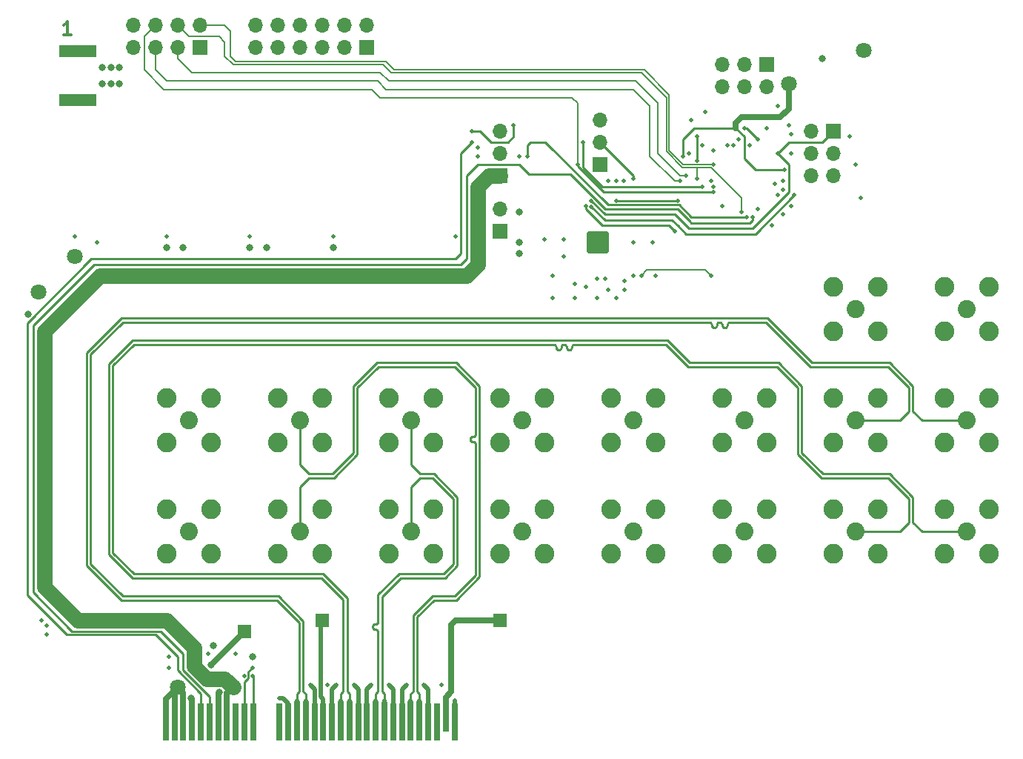
<source format=gbr>
%TF.GenerationSoftware,KiCad,Pcbnew,5.1.5*%
%TF.CreationDate,2020-03-19T15:27:56+01:00*%
%TF.ProjectId,PCIe-Adapter,50434965-2d41-4646-9170-7465722e6b69,rev?*%
%TF.SameCoordinates,Original*%
%TF.FileFunction,Copper,L1,Top*%
%TF.FilePolarity,Positive*%
%FSLAX46Y46*%
G04 Gerber Fmt 4.6, Leading zero omitted, Abs format (unit mm)*
G04 Created by KiCad (PCBNEW 5.1.5) date 2020-03-19 15:27:56*
%MOMM*%
%LPD*%
G04 APERTURE LIST*
%ADD10C,0.300000*%
%ADD11R,0.700000X4.300000*%
%ADD12R,0.700000X3.200000*%
%ADD13C,2.250000*%
%ADD14C,2.050000*%
%ADD15O,1.700000X1.700000*%
%ADD16R,1.700000X1.700000*%
%ADD17C,0.500000*%
%ADD18C,0.100000*%
%ADD19R,1.500000X1.500000*%
%ADD20R,4.200000X1.350000*%
%ADD21C,0.800000*%
%ADD22C,1.800000*%
%ADD23C,0.700000*%
%ADD24C,0.500000*%
%ADD25C,0.254000*%
%ADD26C,0.190000*%
%ADD27C,1.800000*%
%ADD28C,0.264461*%
G04 APERTURE END LIST*
D10*
X121161071Y-49941071D02*
X120303928Y-49941071D01*
X120732500Y-49941071D02*
X120732500Y-48441071D01*
X120589642Y-48655357D01*
X120446785Y-48798214D01*
X120303928Y-48869642D01*
D11*
X146000000Y-128460000D03*
X145000000Y-128460000D03*
X151000000Y-128460000D03*
X150000000Y-128460000D03*
X149000000Y-128460000D03*
X148000000Y-128460000D03*
X147000000Y-128460000D03*
X142000000Y-128460000D03*
X141000000Y-128460000D03*
X140000000Y-128460000D03*
X139000000Y-128460000D03*
X138000000Y-128460000D03*
X137000000Y-128460000D03*
X136000000Y-128460000D03*
X135000000Y-128460000D03*
X134000000Y-128460000D03*
X133000000Y-128460000D03*
X132000000Y-128460000D03*
X152000000Y-128460000D03*
X153000000Y-128460000D03*
X154000000Y-128460000D03*
X155000000Y-128460000D03*
X156000000Y-128460000D03*
X157000000Y-128460000D03*
X158000000Y-128460000D03*
X159000000Y-128460000D03*
X160000000Y-128460000D03*
X161000000Y-128460000D03*
X162000000Y-128460000D03*
X163000000Y-128460000D03*
D12*
X164000000Y-127910000D03*
D11*
X165000000Y-128460000D03*
D13*
X132080000Y-96520000D03*
X137160000Y-91440000D03*
X144780000Y-91440000D03*
X144780000Y-109220000D03*
X132080000Y-104140000D03*
X170180000Y-96520000D03*
X157480000Y-96520000D03*
X162560000Y-91440000D03*
X144780000Y-96520000D03*
D14*
X172720000Y-106680000D03*
D13*
X137160000Y-104140000D03*
D14*
X147320000Y-106680000D03*
D13*
X162560000Y-104140000D03*
X132080000Y-91440000D03*
D14*
X134620000Y-106680000D03*
D13*
X144780000Y-104140000D03*
X137160000Y-96520000D03*
X157480000Y-104140000D03*
D14*
X160020000Y-93980000D03*
D13*
X170180000Y-109220000D03*
X149860000Y-96520000D03*
X157480000Y-109220000D03*
X149860000Y-91440000D03*
X137160000Y-109220000D03*
X149860000Y-109220000D03*
X157480000Y-91440000D03*
X175260000Y-104140000D03*
X175260000Y-91440000D03*
X162560000Y-96520000D03*
X175260000Y-96520000D03*
D14*
X172720000Y-93980000D03*
D13*
X175260000Y-109220000D03*
X162560000Y-109220000D03*
X170180000Y-104140000D03*
D14*
X134620000Y-93980000D03*
D13*
X149860000Y-104140000D03*
X132080000Y-109220000D03*
X170180000Y-91440000D03*
D14*
X160020000Y-106680000D03*
X147320000Y-93980000D03*
X210820000Y-106680000D03*
D13*
X200660000Y-104140000D03*
X195580000Y-104140000D03*
X208280000Y-109220000D03*
X195580000Y-109220000D03*
X213360000Y-104140000D03*
X213360000Y-109220000D03*
X200660000Y-109220000D03*
X208280000Y-104140000D03*
D14*
X198120000Y-106680000D03*
X210820000Y-93980000D03*
D13*
X200660000Y-91440000D03*
X195580000Y-91440000D03*
X208280000Y-96520000D03*
X195580000Y-96520000D03*
X213360000Y-91440000D03*
X213360000Y-96520000D03*
X200660000Y-96520000D03*
X208280000Y-91440000D03*
D14*
X198120000Y-93980000D03*
X223520000Y-81280000D03*
D13*
X213360000Y-78740000D03*
X208280000Y-78740000D03*
X220980000Y-83820000D03*
X208280000Y-83820000D03*
X226060000Y-78740000D03*
X226060000Y-83820000D03*
X213360000Y-83820000D03*
X220980000Y-78740000D03*
D14*
X210820000Y-81280000D03*
D13*
X226060000Y-91440000D03*
X220980000Y-91440000D03*
X220980000Y-96520000D03*
X226060000Y-96520000D03*
D14*
X223520000Y-93980000D03*
D13*
X226060000Y-104140000D03*
X220980000Y-109220000D03*
D14*
X223520000Y-106680000D03*
D13*
X220980000Y-104140000D03*
X226060000Y-109220000D03*
X182880000Y-109220000D03*
X182880000Y-91440000D03*
X182880000Y-96520000D03*
X187960000Y-104140000D03*
D14*
X185420000Y-106680000D03*
D13*
X182880000Y-104140000D03*
D14*
X185420000Y-93980000D03*
D13*
X187960000Y-109220000D03*
X187960000Y-91440000D03*
X187960000Y-96520000D03*
D15*
X133350000Y-51435000D03*
X152400000Y-48895000D03*
X130810000Y-48895000D03*
X149860000Y-48895000D03*
X135890000Y-48895000D03*
X152400000Y-51435000D03*
X149860000Y-51435000D03*
X147320000Y-51435000D03*
X144780000Y-51435000D03*
D16*
X135890000Y-51435000D03*
D15*
X142240000Y-51435000D03*
X142240000Y-48895000D03*
X154940000Y-48895000D03*
X147320000Y-48895000D03*
D16*
X154940000Y-51435000D03*
D15*
X144780000Y-48895000D03*
X130810000Y-51435000D03*
X133350000Y-48895000D03*
X128270000Y-51435000D03*
X128270000Y-48895000D03*
D16*
X200660000Y-53340000D03*
D15*
X200660000Y-55880000D03*
X198120000Y-53340000D03*
X198120000Y-55880000D03*
X195580000Y-53340000D03*
X195580000Y-55880000D03*
D16*
X170180000Y-72390000D03*
D15*
X170180000Y-69850000D03*
X170180000Y-60960000D03*
X170180000Y-63500000D03*
D16*
X170180000Y-66040000D03*
X181610000Y-64770000D03*
D15*
X181610000Y-62230000D03*
X181610000Y-59690000D03*
D17*
X182400000Y-74660000D03*
X182400000Y-73660000D03*
X182400000Y-72660000D03*
X181400000Y-74660000D03*
X181400000Y-73660000D03*
X181400000Y-72660000D03*
X180400000Y-74660000D03*
X180400000Y-73660000D03*
X180400000Y-72660000D03*
%TA.AperFunction,Conductor*%
D18*
G36*
X182424504Y-72411204D02*
G01*
X182448773Y-72414804D01*
X182472571Y-72420765D01*
X182495671Y-72429030D01*
X182517849Y-72439520D01*
X182538893Y-72452133D01*
X182558598Y-72466747D01*
X182576777Y-72483223D01*
X182593253Y-72501402D01*
X182607867Y-72521107D01*
X182620480Y-72542151D01*
X182630970Y-72564329D01*
X182639235Y-72587429D01*
X182645196Y-72611227D01*
X182648796Y-72635496D01*
X182650000Y-72660000D01*
X182650000Y-74660000D01*
X182648796Y-74684504D01*
X182645196Y-74708773D01*
X182639235Y-74732571D01*
X182630970Y-74755671D01*
X182620480Y-74777849D01*
X182607867Y-74798893D01*
X182593253Y-74818598D01*
X182576777Y-74836777D01*
X182558598Y-74853253D01*
X182538893Y-74867867D01*
X182517849Y-74880480D01*
X182495671Y-74890970D01*
X182472571Y-74899235D01*
X182448773Y-74905196D01*
X182424504Y-74908796D01*
X182400000Y-74910000D01*
X180400000Y-74910000D01*
X180375496Y-74908796D01*
X180351227Y-74905196D01*
X180327429Y-74899235D01*
X180304329Y-74890970D01*
X180282151Y-74880480D01*
X180261107Y-74867867D01*
X180241402Y-74853253D01*
X180223223Y-74836777D01*
X180206747Y-74818598D01*
X180192133Y-74798893D01*
X180179520Y-74777849D01*
X180169030Y-74755671D01*
X180160765Y-74732571D01*
X180154804Y-74708773D01*
X180151204Y-74684504D01*
X180150000Y-74660000D01*
X180150000Y-72660000D01*
X180151204Y-72635496D01*
X180154804Y-72611227D01*
X180160765Y-72587429D01*
X180169030Y-72564329D01*
X180179520Y-72542151D01*
X180192133Y-72521107D01*
X180206747Y-72501402D01*
X180223223Y-72483223D01*
X180241402Y-72466747D01*
X180261107Y-72452133D01*
X180282151Y-72439520D01*
X180304329Y-72429030D01*
X180327429Y-72420765D01*
X180351227Y-72414804D01*
X180375496Y-72411204D01*
X180400000Y-72410000D01*
X182400000Y-72410000D01*
X182424504Y-72411204D01*
G37*
%TD.AperFunction*%
D16*
X208280000Y-60960000D03*
D15*
X205740000Y-60960000D03*
X208280000Y-63500000D03*
X205740000Y-63500000D03*
X208280000Y-66040000D03*
X205740000Y-66040000D03*
D19*
X170180000Y-116840000D03*
X140970000Y-118110000D03*
X149860000Y-116840000D03*
D20*
X121920000Y-57435000D03*
X121920000Y-51785000D03*
D21*
X123507500Y-57150000D03*
X121920000Y-57150000D03*
X120332500Y-57150000D03*
X121920000Y-52070000D03*
X120332500Y-52070000D03*
X123507500Y-52070000D03*
D17*
X178752500Y-78422500D03*
X180022500Y-78740000D03*
X181292500Y-80010000D03*
X175260000Y-73342500D03*
X187642500Y-73660000D03*
X178752500Y-80010000D03*
X183515000Y-80010000D03*
X184467500Y-79057500D03*
X184467500Y-78105000D03*
X182562500Y-79057500D03*
D21*
X138112500Y-125095000D03*
X134937500Y-125730000D03*
D17*
X136842500Y-120650000D03*
X195580000Y-69532500D03*
X201295000Y-71755000D03*
X202565000Y-70485000D03*
X203517500Y-69532500D03*
X199707500Y-69850000D03*
X201930000Y-68262500D03*
X202565000Y-66675000D03*
X203517500Y-63500000D03*
X194310000Y-66675000D03*
X194627500Y-63182500D03*
X203200000Y-60325000D03*
X191770000Y-63500000D03*
D21*
X207010000Y-52705000D03*
D17*
X140017500Y-120650000D03*
D21*
X141922500Y-120967500D03*
X137477500Y-119697500D03*
X132080000Y-74295000D03*
X141605000Y-74295000D03*
X151130000Y-74295000D03*
D17*
X165100000Y-73025000D03*
X151130000Y-73025000D03*
X141605000Y-73025000D03*
X132080000Y-73025000D03*
X176212500Y-80010000D03*
X176212500Y-77470000D03*
D22*
X211772500Y-51752500D03*
D17*
X210820000Y-64770000D03*
X193675000Y-58737500D03*
X192087500Y-59690000D03*
D22*
X121602500Y-75247500D03*
D21*
X172402500Y-73660000D03*
X172402500Y-74930000D03*
X172402500Y-70167500D03*
D17*
X121602500Y-73025000D03*
D21*
X124777500Y-53657500D03*
X125730000Y-53657500D03*
X125730000Y-55562500D03*
X124777500Y-55562500D03*
X126682500Y-53657500D03*
X126682500Y-55562500D03*
D17*
X153500000Y-124250000D03*
X155500000Y-124250000D03*
X157500000Y-124250000D03*
X159500000Y-124250000D03*
X161500000Y-124250000D03*
X165000000Y-125969998D03*
X151000000Y-126250000D03*
X145000000Y-125750000D03*
X148500000Y-124250000D03*
X163500000Y-124250000D03*
X150500000Y-124250000D03*
X151500000Y-124250000D03*
D22*
X133350000Y-124460000D03*
D21*
X133985000Y-74295000D03*
D17*
X201930000Y-58102500D03*
D22*
X117475000Y-79375000D03*
D17*
X191135000Y-63817500D03*
X202733000Y-65405000D03*
D22*
X203200000Y-55562500D03*
D21*
X143510000Y-74295000D03*
D17*
X194627500Y-67945000D03*
X140970000Y-123190000D03*
X132397500Y-122237500D03*
X118427500Y-117475000D03*
X167640000Y-63817500D03*
X179070000Y-64770000D03*
D22*
X139700000Y-124460000D03*
D21*
X137160000Y-121920000D03*
D17*
X193357500Y-67310000D03*
X179705000Y-62230000D03*
X132397500Y-120967500D03*
X141922500Y-123190000D03*
X167640000Y-62865000D03*
X117792500Y-116840000D03*
X172402500Y-63817500D03*
X141922500Y-122237500D03*
X118427500Y-118427500D03*
X167005000Y-60960000D03*
X171767500Y-60325000D03*
X211455000Y-68580000D03*
D21*
X116240000Y-81915000D03*
D17*
X124142500Y-73660000D03*
X199072500Y-70802500D03*
X198437500Y-70802500D03*
X167005000Y-62230000D03*
X173355000Y-63817500D03*
X183515000Y-66675000D03*
X182562500Y-66675000D03*
X185420000Y-66357500D03*
X187960000Y-77470000D03*
X200660000Y-60642500D03*
X201612500Y-66992500D03*
X202565000Y-67627500D03*
X210185000Y-61595000D03*
X194627500Y-67310000D03*
X194310000Y-77470000D03*
X186372500Y-77470000D03*
X196215000Y-62547500D03*
X185420000Y-77470000D03*
X196850000Y-62547500D03*
X182245000Y-77787500D03*
X180022500Y-69532500D03*
X190182500Y-72390000D03*
X197485000Y-61912500D03*
X190817500Y-66675000D03*
X194627500Y-64770000D03*
X191452500Y-66040000D03*
X197802500Y-70167500D03*
X192722500Y-64335000D03*
X192722500Y-66357500D03*
X192722500Y-61595000D03*
X203517500Y-61277500D03*
X198755000Y-62547500D03*
X184318000Y-66675000D03*
X180632062Y-69557938D03*
X203835000Y-68262500D03*
X201930000Y-63500000D03*
X180644781Y-68910219D03*
X183515000Y-68897500D03*
X190500000Y-68897500D03*
X193357500Y-62547500D03*
X198120000Y-60642500D03*
X199707500Y-61912500D03*
X177482500Y-73342500D03*
X177482500Y-75247500D03*
X185420000Y-73660000D03*
X181292500Y-77787500D03*
D23*
X138000000Y-128460000D02*
X138000000Y-125207500D01*
X138000000Y-125207500D02*
X138112500Y-125095000D01*
X135000000Y-125792500D02*
X134937500Y-125730000D01*
X135000000Y-128460000D02*
X135000000Y-125792500D01*
D24*
X154000000Y-124750000D02*
X154000000Y-128460000D01*
X153500000Y-124250000D02*
X154000000Y-124750000D01*
X155000000Y-128460000D02*
X155000000Y-124750000D01*
X155000000Y-124750000D02*
X155500000Y-124250000D01*
X158000000Y-124750000D02*
X158000000Y-128460000D01*
X157500000Y-124250000D02*
X158000000Y-124750000D01*
X159000000Y-128460000D02*
X159000000Y-124750000D01*
X159000000Y-124750000D02*
X159500000Y-124250000D01*
X162000000Y-124750000D02*
X162000000Y-128460000D01*
X161500000Y-124250000D02*
X162000000Y-124750000D01*
X165000000Y-128460000D02*
X165000000Y-125969998D01*
X151000000Y-128460000D02*
X151000000Y-126250000D01*
X145402002Y-125750000D02*
X145000000Y-125750000D01*
X146000000Y-128460000D02*
X146000000Y-126347998D01*
X146000000Y-126347998D02*
X145402002Y-125750000D01*
X149000000Y-124750000D02*
X149000000Y-128460000D01*
X148500000Y-124250000D02*
X149000000Y-124750000D01*
X151000000Y-126250000D02*
X151000000Y-124750000D01*
X151000000Y-124750000D02*
X151500000Y-124250000D01*
D23*
X132000000Y-125810000D02*
X133350000Y-124460000D01*
X132000000Y-128460000D02*
X132000000Y-125810000D01*
X133000000Y-124810000D02*
X133350000Y-124460000D01*
X133000000Y-128460000D02*
X133000000Y-124810000D01*
X134000000Y-125110000D02*
X133350000Y-124460000D01*
X134000000Y-128460000D02*
X134000000Y-125110000D01*
D25*
X191135000Y-63817500D02*
X191135000Y-62491338D01*
X191135000Y-62491338D02*
X191135000Y-61912500D01*
X191135000Y-61912500D02*
X192405000Y-60642500D01*
X192405000Y-60642500D02*
X197167500Y-60642500D01*
X197167500Y-60642500D02*
X198120000Y-61595000D01*
X198120000Y-61595000D02*
X198120000Y-64135000D01*
X198120000Y-64135000D02*
X199390000Y-65405000D01*
X199390000Y-65405000D02*
X202733000Y-65405000D01*
D23*
X197167500Y-60007500D02*
X197167500Y-60642500D01*
X197802500Y-59372500D02*
X197167500Y-60007500D01*
X202247500Y-59372500D02*
X197802500Y-59372500D01*
X203200000Y-55562500D02*
X203200000Y-58420000D01*
X203200000Y-58420000D02*
X202247500Y-59372500D01*
D25*
X185420000Y-67945000D02*
X194627500Y-67945000D01*
X185420000Y-67945000D02*
X184150000Y-67945000D01*
X179070000Y-64939002D02*
X179070000Y-64770000D01*
X184150000Y-67945000D02*
X182075998Y-67945000D01*
X182075998Y-67945000D02*
X179070000Y-64939002D01*
D26*
X130810000Y-48895000D02*
X129540000Y-50165000D01*
X129540000Y-50165000D02*
X129540000Y-53975000D01*
X129540000Y-53975000D02*
X131762500Y-56197500D01*
X131762500Y-56197500D02*
X155575000Y-56197500D01*
X155575000Y-56197500D02*
X156527500Y-57150000D01*
X156527500Y-57150000D02*
X178435000Y-57150000D01*
X179070000Y-57785000D02*
X179070000Y-64770000D01*
X178435000Y-57150000D02*
X179070000Y-57785000D01*
D23*
X139000000Y-125160000D02*
X139700000Y-124460000D01*
X139000000Y-128460000D02*
X139000000Y-125160000D01*
D27*
X118110000Y-113030000D02*
X118110000Y-83820000D01*
X167640000Y-67310000D02*
X168910000Y-66040000D01*
X138747500Y-123507500D02*
X136690298Y-123507500D01*
X168910000Y-66040000D02*
X170180000Y-66040000D01*
X124460000Y-77470000D02*
X166370000Y-77470000D01*
X135255000Y-122072202D02*
X135255000Y-120015000D01*
X132080000Y-116840000D02*
X121920000Y-116840000D01*
X166370000Y-77470000D02*
X167640000Y-76200000D01*
X136690298Y-123507500D02*
X135255000Y-122072202D01*
X139700000Y-124460000D02*
X138747500Y-123507500D01*
X118110000Y-83820000D02*
X124460000Y-77470000D01*
X121920000Y-116840000D02*
X118110000Y-113030000D01*
X135255000Y-120015000D02*
X132080000Y-116840000D01*
X167640000Y-76200000D02*
X167640000Y-67310000D01*
D23*
X137160000Y-121920000D02*
X140970000Y-118110000D01*
X150000000Y-116980000D02*
X149860000Y-116840000D01*
D24*
X149750000Y-116950000D02*
X149860000Y-116840000D01*
X149750000Y-125560000D02*
X149750000Y-116950000D01*
X150000000Y-128460000D02*
X150000000Y-125810000D01*
X150000000Y-125810000D02*
X149750000Y-125560000D01*
D25*
X179705000Y-65087500D02*
X179705000Y-62230000D01*
X193357500Y-67310000D02*
X181927500Y-67310000D01*
X181927500Y-67310000D02*
X179705000Y-65087500D01*
X142000000Y-123267500D02*
X141922500Y-123190000D01*
X142000000Y-128460000D02*
X142000000Y-123267500D01*
X141437001Y-122722999D02*
X141922500Y-122237500D01*
X141437001Y-123414161D02*
X141437001Y-122722999D01*
X141000000Y-128460000D02*
X141000000Y-123851162D01*
X141000000Y-123851162D02*
X141437001Y-123414161D01*
X167005000Y-60960000D02*
X167640000Y-60960000D01*
X167640000Y-60960000D02*
X167957500Y-60960000D01*
X167957500Y-60960000D02*
X169227500Y-62230000D01*
X169227500Y-62230000D02*
X170489162Y-62230000D01*
X170489162Y-62230000D02*
X171132500Y-62230000D01*
X171132500Y-62230000D02*
X171767500Y-61595000D01*
X171767500Y-61595000D02*
X171767500Y-60325000D01*
X137000000Y-125570000D02*
X137000000Y-126056000D01*
X133985000Y-122555000D02*
X137000000Y-125570000D01*
X133985000Y-120650000D02*
X133985000Y-122555000D01*
X131445000Y-118110000D02*
X133985000Y-120650000D01*
X121285000Y-118110000D02*
X131445000Y-118110000D01*
X172402500Y-64770000D02*
X167640000Y-64770000D01*
X116840000Y-113665000D02*
X121285000Y-118110000D01*
X173469501Y-65837001D02*
X172402500Y-64770000D01*
X137000000Y-126056000D02*
X137000000Y-128460000D01*
X165735000Y-76200000D02*
X123825000Y-76200000D01*
X166370000Y-75565000D02*
X165735000Y-76200000D01*
X123825000Y-76200000D02*
X116840000Y-83185000D01*
X178232001Y-65837001D02*
X173469501Y-65837001D01*
X116840000Y-83185000D02*
X116840000Y-113665000D01*
X182245000Y-69850000D02*
X178232001Y-65837001D01*
X167640000Y-64770000D02*
X166370000Y-66040000D01*
X166370000Y-66040000D02*
X166370000Y-75565000D01*
X182245000Y-69850000D02*
X190500000Y-69850000D01*
X190500000Y-69850000D02*
X191887501Y-71237501D01*
X191887501Y-71237501D02*
X192087500Y-71437500D01*
X192087500Y-71437500D02*
X198755000Y-71437500D01*
X198755000Y-71437500D02*
X199072500Y-71120000D01*
X199072500Y-71120000D02*
X199072500Y-70802500D01*
X165100000Y-75565000D02*
X165735000Y-74930000D01*
X120676510Y-118454010D02*
X116205000Y-113982500D01*
X165735000Y-74930000D02*
X165735000Y-63500000D01*
X116205000Y-113982500D02*
X116205000Y-82867500D01*
X116205000Y-82867500D02*
X123507500Y-75565000D01*
X133350000Y-122555000D02*
X133350000Y-120967500D01*
X130836510Y-118454010D02*
X120676510Y-118454010D01*
X136000000Y-125205000D02*
X133350000Y-122555000D01*
X123507500Y-75565000D02*
X165100000Y-75565000D01*
X133350000Y-120967500D02*
X130836510Y-118454010D01*
X165735000Y-63500000D02*
X167005000Y-62230000D01*
X136000000Y-128460000D02*
X136000000Y-125205000D01*
X192087500Y-70802500D02*
X198437500Y-70802500D01*
X173355000Y-62547500D02*
X173672500Y-62230000D01*
X173355000Y-63817500D02*
X173355000Y-62547500D01*
X190668000Y-69383000D02*
X192087500Y-70802500D01*
X173672500Y-62230000D02*
X175409500Y-62230000D01*
X182562500Y-69383000D02*
X190668000Y-69383000D01*
X175409500Y-62230000D02*
X182562500Y-69383000D01*
D23*
X170180000Y-116840000D02*
X165100000Y-116840000D01*
X164000000Y-125610000D02*
X164610000Y-125000000D01*
X164000000Y-127910000D02*
X164000000Y-125610000D01*
X164610000Y-117330000D02*
X165100000Y-116840000D01*
X164610000Y-125000000D02*
X164610000Y-117330000D01*
D25*
X185420000Y-66040000D02*
X185420000Y-66357500D01*
X181610000Y-62230000D02*
X185420000Y-66040000D01*
D26*
X193675000Y-76835000D02*
X187007500Y-76835000D01*
X194310000Y-77470000D02*
X193675000Y-76835000D01*
X187007500Y-76835000D02*
X186372500Y-77470000D01*
D25*
X180022500Y-69886053D02*
X181891447Y-71755000D01*
X180022500Y-69532500D02*
X180022500Y-69886053D01*
X181891447Y-71755000D02*
X189547500Y-71755000D01*
X189547500Y-71755000D02*
X190182500Y-72390000D01*
D26*
X130810000Y-51435000D02*
X130810000Y-52637081D01*
X130810000Y-52637081D02*
X130810000Y-53975000D01*
X130810000Y-53975000D02*
X132080000Y-55245000D01*
X132080000Y-55245000D02*
X156210000Y-55245000D01*
X156210000Y-55245000D02*
X157162500Y-56197500D01*
X157162500Y-56197500D02*
X185420000Y-56197500D01*
X185420000Y-56197500D02*
X187325000Y-58102500D01*
X187325000Y-58102500D02*
X187325000Y-63817500D01*
X190182500Y-66675000D02*
X187325000Y-63817500D01*
X190817500Y-66675000D02*
X190182500Y-66675000D01*
X189547500Y-63182500D02*
X191135000Y-64770000D01*
X189547500Y-56832500D02*
X189547500Y-63182500D01*
X186690000Y-53975000D02*
X189547500Y-56832500D01*
X158115000Y-53975000D02*
X186690000Y-53975000D01*
X138747500Y-48895000D02*
X139382500Y-49530000D01*
X135890000Y-48895000D02*
X138747500Y-48895000D01*
X157162500Y-53022500D02*
X158115000Y-53975000D01*
X140017500Y-53022500D02*
X157162500Y-53022500D01*
X191135000Y-64770000D02*
X194627500Y-64770000D01*
X139382500Y-49530000D02*
X139382500Y-52387500D01*
X139382500Y-52387500D02*
X140017500Y-53022500D01*
X135005419Y-54292500D02*
X133350000Y-52637081D01*
X156527500Y-54292500D02*
X135005419Y-54292500D01*
X157480000Y-55245000D02*
X156527500Y-54292500D01*
X133350000Y-52637081D02*
X133350000Y-51435000D01*
X185737500Y-55245000D02*
X157480000Y-55245000D01*
X188277500Y-63500000D02*
X188277500Y-57785000D01*
X188277500Y-57785000D02*
X185737500Y-55245000D01*
X190817500Y-66040000D02*
X188277500Y-63500000D01*
X191452500Y-66040000D02*
X190817500Y-66040000D01*
X133350000Y-48895000D02*
X134620000Y-50165000D01*
X134620000Y-50165000D02*
X138112500Y-50165000D01*
X138112500Y-50165000D02*
X138747500Y-50800000D01*
X138747500Y-50800000D02*
X138747500Y-52387500D01*
X138747500Y-52387500D02*
X139700000Y-53340000D01*
X139700000Y-53340000D02*
X156845000Y-53340000D01*
X187642500Y-55562500D02*
X189230000Y-57150000D01*
X189230000Y-63260993D02*
X191056507Y-65087500D01*
X189230000Y-57150000D02*
X189230000Y-63260993D01*
X194301198Y-65087500D02*
X196523698Y-67310000D01*
X191056507Y-65087500D02*
X194301198Y-65087500D01*
X196523698Y-67310000D02*
X196532500Y-67310000D01*
X197802500Y-68588802D02*
X196523698Y-67310000D01*
X197802500Y-70167500D02*
X197802500Y-68588802D01*
X156845000Y-53340000D02*
X157797500Y-54292500D01*
X157797500Y-54292500D02*
X186372500Y-54292500D01*
X186372500Y-54292500D02*
X187642500Y-55562500D01*
X192722500Y-66357500D02*
X192722500Y-65087500D01*
D25*
X192722500Y-64335000D02*
X192722500Y-61595000D01*
X180632062Y-69557938D02*
X182194124Y-71120000D01*
X182194124Y-71120000D02*
X188595000Y-71120000D01*
X188595000Y-71120000D02*
X189865000Y-71120000D01*
X189865000Y-71120000D02*
X190500000Y-71755000D01*
X190500000Y-71755000D02*
X191452500Y-72707500D01*
X191452500Y-72707500D02*
X199390000Y-72707500D01*
X199390000Y-72707500D02*
X203835000Y-68262500D01*
X203200000Y-64770000D02*
X201930000Y-63500000D01*
X203200000Y-67945000D02*
X203200000Y-64770000D01*
X182219562Y-70485000D02*
X190182500Y-70485000D01*
X180644781Y-68910219D02*
X182219562Y-70485000D01*
X190182500Y-70485000D02*
X191770000Y-72072500D01*
X199072500Y-72072500D02*
X203200000Y-67945000D01*
X191770000Y-72072500D02*
X199072500Y-72072500D01*
X203200000Y-62230000D02*
X201930000Y-63500000D01*
X208280000Y-60960000D02*
X207010000Y-62230000D01*
X207010000Y-62230000D02*
X203200000Y-62230000D01*
X183515000Y-68897500D02*
X190500000Y-68897500D01*
X198120000Y-60642500D02*
X198437500Y-60642500D01*
X198437500Y-60642500D02*
X199707500Y-61912500D01*
D28*
X216944939Y-92935061D02*
X215900000Y-93980000D01*
X214536777Y-87855061D02*
X216944939Y-90263223D01*
X196297892Y-82840511D02*
X196354773Y-82804770D01*
X196250389Y-82888014D02*
X196297892Y-82840511D01*
X196214648Y-82944895D02*
X196250389Y-82888014D01*
X216944939Y-90263223D02*
X216944939Y-92935061D01*
X196184939Y-83075061D02*
X196192460Y-83008304D01*
X196184939Y-83107463D02*
X196184939Y-83075061D01*
X196119488Y-83294509D02*
X196155229Y-83237628D01*
X196071985Y-83342012D02*
X196119488Y-83294509D01*
X196015104Y-83377753D02*
X196071985Y-83342012D01*
X196177417Y-83174219D02*
X196184939Y-83107463D01*
X195884939Y-83407463D02*
X195951695Y-83399941D01*
X195754773Y-83377753D02*
X195818182Y-83399941D01*
X196354773Y-82804770D02*
X196418182Y-82782582D01*
X195697892Y-83342012D02*
X195754773Y-83377753D01*
X195650389Y-83294509D02*
X195697892Y-83342012D01*
X195614648Y-83237628D02*
X195650389Y-83294509D01*
X195592460Y-83174219D02*
X195614648Y-83237628D01*
X200566777Y-82775061D02*
X205646777Y-87855061D01*
X195584939Y-83107463D02*
X195592460Y-83174219D01*
X196155229Y-83237628D02*
X196177417Y-83174219D01*
X194450389Y-83294509D02*
X194497892Y-83342012D01*
X195951695Y-83399941D02*
X196015104Y-83377753D01*
X194084939Y-82775061D02*
X194151695Y-82782582D01*
X195097892Y-82840511D02*
X195154773Y-82804770D01*
X194151695Y-82782582D02*
X194215104Y-82804770D01*
X194384939Y-83107463D02*
X194392460Y-83174219D01*
X194384939Y-83075061D02*
X194384939Y-83107463D01*
X194271985Y-82840511D02*
X194319488Y-82888014D01*
X194355229Y-82944895D02*
X194377417Y-83008304D01*
X147725060Y-124960059D02*
X147725060Y-116926776D01*
X194319488Y-82888014D02*
X194355229Y-82944895D01*
X194977417Y-83174219D02*
X194984939Y-83107463D01*
X194377417Y-83008304D02*
X194384939Y-83075061D01*
X123415061Y-110396777D02*
X123415061Y-86453223D01*
X194215104Y-82804770D02*
X194271985Y-82840511D01*
X127093223Y-114074939D02*
X123415061Y-110396777D01*
X144873223Y-114074939D02*
X127093223Y-114074939D01*
X194751695Y-83399941D02*
X194815104Y-83377753D01*
X194554773Y-83377753D02*
X194618182Y-83399941D01*
X194984939Y-83075061D02*
X194992460Y-83008304D01*
X147725060Y-116926776D02*
X144873223Y-114074939D01*
X194919488Y-83294509D02*
X194955229Y-83237628D01*
X196192460Y-83008304D02*
X196214648Y-82944895D01*
X195351695Y-82782582D02*
X195415104Y-82804770D01*
X148000000Y-125234999D02*
X147725060Y-124960059D01*
X194992460Y-83008304D02*
X195014648Y-82944895D01*
X194984939Y-83107463D02*
X194984939Y-83075061D01*
X194392460Y-83174219D02*
X194414648Y-83237628D01*
X194618182Y-83399941D02*
X194684939Y-83407463D01*
X194497892Y-83342012D02*
X194554773Y-83377753D01*
X196418182Y-82782582D02*
X196484939Y-82775061D01*
X123415061Y-86453223D02*
X127093223Y-82775061D01*
X127093223Y-82775061D02*
X194084939Y-82775061D01*
X194871985Y-83342012D02*
X194919488Y-83294509D01*
X194684939Y-83407463D02*
X194751695Y-83399941D01*
X205646777Y-87855061D02*
X214536777Y-87855061D01*
X195519488Y-82888014D02*
X195555229Y-82944895D01*
X215900000Y-93980000D02*
X210820000Y-93980000D01*
X196484939Y-82775061D02*
X200566777Y-82775061D01*
X194815104Y-83377753D02*
X194871985Y-83342012D01*
X195154773Y-82804770D02*
X195218182Y-82782582D01*
X195218182Y-82782582D02*
X195284939Y-82775061D01*
X194955229Y-83237628D02*
X194977417Y-83174219D01*
X195014648Y-82944895D02*
X195050389Y-82888014D01*
X195818182Y-83399941D02*
X195884939Y-83407463D01*
X195284939Y-82775061D02*
X195351695Y-82782582D01*
X195415104Y-82804770D02*
X195471985Y-82840511D01*
X195471985Y-82840511D02*
X195519488Y-82888014D01*
X195555229Y-82944895D02*
X195577417Y-83008304D01*
X195050389Y-82888014D02*
X195097892Y-82840511D01*
X194414648Y-83237628D02*
X194450389Y-83294509D01*
X195577417Y-83008304D02*
X195584939Y-83075061D01*
X195584939Y-83075061D02*
X195584939Y-83107463D01*
X148000000Y-126000000D02*
X148000000Y-125234999D01*
D23*
X148000000Y-127250000D02*
X148000000Y-126250000D01*
X148000000Y-128460000D02*
X148000000Y-127250000D01*
D24*
X148000000Y-126250000D02*
X148000000Y-126000000D01*
D28*
X122964939Y-86266777D02*
X126906777Y-82324939D01*
X122964939Y-110583223D02*
X122964939Y-86266777D01*
X200753223Y-82324939D02*
X205833223Y-87404939D01*
X144686777Y-114525061D02*
X126906777Y-114525061D01*
X126906777Y-114525061D02*
X122964939Y-110583223D01*
X147274940Y-117113224D02*
X144686777Y-114525061D01*
X218440000Y-93980000D02*
X223520000Y-93980000D01*
X126906777Y-82324939D02*
X200753223Y-82324939D01*
X214723223Y-87404939D02*
X217395061Y-90076777D01*
X205833223Y-87404939D02*
X214723223Y-87404939D01*
X217395061Y-90076777D02*
X217395061Y-92935061D01*
X217395061Y-92935061D02*
X218440000Y-93980000D01*
X147000000Y-125234999D02*
X147274940Y-124960059D01*
X147274940Y-124960059D02*
X147274940Y-117113224D01*
X147000000Y-126000000D02*
X147000000Y-125234999D01*
D23*
X147000000Y-128000000D02*
X147000000Y-126250000D01*
X147000000Y-128460000D02*
X147000000Y-128000000D01*
D24*
X147000000Y-126250000D02*
X147000000Y-126000000D01*
D28*
X217395061Y-105635061D02*
X218440000Y-106680000D01*
X214723223Y-100104939D02*
X217395061Y-102776777D01*
X207103223Y-100104939D02*
X214723223Y-100104939D01*
X204695061Y-90076777D02*
X204695061Y-97696777D01*
X202023223Y-87404939D02*
X204695061Y-90076777D01*
X217395061Y-102776777D02*
X217395061Y-105635061D01*
X152274940Y-114493224D02*
X149766777Y-111985061D01*
X152000000Y-125234999D02*
X152274940Y-124960059D01*
X152274940Y-124960059D02*
X152274940Y-114493224D01*
X128176777Y-111985061D02*
X125504939Y-109313223D01*
X125504939Y-109313223D02*
X125504939Y-87536777D01*
X204695061Y-97696777D02*
X207103223Y-100104939D01*
X125504939Y-87536777D02*
X128176777Y-84864939D01*
X128176777Y-84864939D02*
X189323223Y-84864939D01*
X218440000Y-106680000D02*
X223520000Y-106680000D01*
X149766777Y-111985061D02*
X128176777Y-111985061D01*
X189323223Y-84864939D02*
X191863223Y-87404939D01*
X191863223Y-87404939D02*
X202023223Y-87404939D01*
X152000000Y-126000000D02*
X152000000Y-125234999D01*
D23*
X152000000Y-128000000D02*
X152000000Y-126250000D01*
X152000000Y-128460000D02*
X152000000Y-128000000D01*
D24*
X152000000Y-126250000D02*
X152000000Y-126000000D01*
D28*
X215900000Y-106680000D02*
X210820000Y-106680000D01*
X216944939Y-105635061D02*
X215900000Y-106680000D01*
X216944939Y-102963223D02*
X216944939Y-105635061D01*
X204244939Y-97883223D02*
X206916777Y-100555061D01*
X191676777Y-87855061D02*
X201836777Y-87855061D01*
X178638182Y-85322582D02*
X178704939Y-85315061D01*
X178574773Y-85344770D02*
X178638182Y-85322582D01*
X178517892Y-85380511D02*
X178574773Y-85344770D01*
X178470389Y-85428014D02*
X178517892Y-85380511D01*
X214536777Y-100555061D02*
X216944939Y-102963223D01*
X178434648Y-85484895D02*
X178470389Y-85428014D01*
X178412460Y-85548304D02*
X178434648Y-85484895D01*
X178397417Y-85714219D02*
X178404939Y-85647463D01*
X178339488Y-85834509D02*
X178375229Y-85777628D01*
X178291985Y-85882012D02*
X178339488Y-85834509D01*
X178235104Y-85917753D02*
X178291985Y-85882012D01*
X178404939Y-85615061D02*
X178412460Y-85548304D01*
X178038182Y-85939941D02*
X178104939Y-85947463D01*
X177974773Y-85917753D02*
X178038182Y-85939941D01*
X177870389Y-85834509D02*
X177917892Y-85882012D01*
X177834648Y-85777628D02*
X177870389Y-85834509D01*
X177812460Y-85714219D02*
X177834648Y-85777628D01*
X177804939Y-85647463D02*
X177812460Y-85714219D01*
X178404939Y-85647463D02*
X178404939Y-85615061D01*
X176597417Y-85548304D02*
X176604939Y-85615061D01*
X176604939Y-85647463D02*
X176612460Y-85714219D01*
X201836777Y-87855061D02*
X204244939Y-90263223D01*
X177091985Y-85882012D02*
X177139488Y-85834509D01*
X206916777Y-100555061D02*
X214536777Y-100555061D01*
X177175229Y-85777628D02*
X177197417Y-85714219D01*
X176491985Y-85380511D02*
X176539488Y-85428014D01*
X176634648Y-85777628D02*
X176670389Y-85834509D01*
X149953223Y-111534939D02*
X128363223Y-111534939D01*
X176612460Y-85714219D02*
X176634648Y-85777628D01*
X189136777Y-85315061D02*
X191676777Y-87855061D01*
X152725060Y-124960059D02*
X152725060Y-114306776D01*
X176435104Y-85344770D02*
X176491985Y-85380511D01*
X177234648Y-85484895D02*
X177270389Y-85428014D01*
X177917892Y-85882012D02*
X177974773Y-85917753D01*
X177212460Y-85548304D02*
X177234648Y-85484895D01*
X128363223Y-85315061D02*
X176304939Y-85315061D01*
X176604939Y-85615061D02*
X176604939Y-85647463D01*
X178171695Y-85939941D02*
X178235104Y-85917753D01*
X176539488Y-85428014D02*
X176575229Y-85484895D01*
X176670389Y-85834509D02*
X176717892Y-85882012D01*
X178704939Y-85315061D02*
X189136777Y-85315061D01*
X176838182Y-85939941D02*
X176904939Y-85947463D01*
X153000000Y-125234999D02*
X152725060Y-124960059D01*
X176371695Y-85322582D02*
X176435104Y-85344770D01*
X125955061Y-87723223D02*
X128363223Y-85315061D01*
X178375229Y-85777628D02*
X178397417Y-85714219D01*
X177571695Y-85322582D02*
X177635104Y-85344770D01*
X128363223Y-111534939D02*
X125955061Y-109126777D01*
X176774773Y-85917753D02*
X176838182Y-85939941D01*
X125955061Y-109126777D02*
X125955061Y-87723223D01*
X176904939Y-85947463D02*
X176971695Y-85939941D01*
X177438182Y-85322582D02*
X177504939Y-85315061D01*
X177504939Y-85315061D02*
X177571695Y-85322582D01*
X177035104Y-85917753D02*
X177091985Y-85882012D01*
X204244939Y-90263223D02*
X204244939Y-97883223D01*
X176717892Y-85882012D02*
X176774773Y-85917753D01*
X152725060Y-114306776D02*
X149953223Y-111534939D01*
X176971695Y-85939941D02*
X177035104Y-85917753D01*
X177139488Y-85834509D02*
X177175229Y-85777628D01*
X177197417Y-85714219D02*
X177204939Y-85647463D01*
X177204939Y-85647463D02*
X177204939Y-85615061D01*
X177270389Y-85428014D02*
X177317892Y-85380511D01*
X177317892Y-85380511D02*
X177374773Y-85344770D01*
X176575229Y-85484895D02*
X176597417Y-85548304D01*
X177204939Y-85615061D02*
X177212460Y-85548304D01*
X177374773Y-85344770D02*
X177438182Y-85322582D01*
X177797417Y-85548304D02*
X177804939Y-85615061D01*
X177635104Y-85344770D02*
X177691985Y-85380511D01*
X177691985Y-85380511D02*
X177739488Y-85428014D01*
X177775229Y-85484895D02*
X177797417Y-85548304D01*
X177739488Y-85428014D02*
X177775229Y-85484895D01*
X178104939Y-85947463D02*
X178171695Y-85939941D01*
X176304939Y-85315061D02*
X176371695Y-85322582D01*
X177804939Y-85615061D02*
X177804939Y-85647463D01*
X153000000Y-126000000D02*
X153000000Y-125234999D01*
D23*
X153000000Y-128460000D02*
X153000000Y-126250000D01*
D24*
X153000000Y-126250000D02*
X153000000Y-126000000D01*
D28*
X160020000Y-101600000D02*
X160020000Y-106680000D01*
X161064939Y-100555061D02*
X160020000Y-101600000D01*
X162466777Y-100555061D02*
X161064939Y-100555061D01*
X164874939Y-110396777D02*
X164874939Y-102963223D01*
X163736777Y-111534939D02*
X164874939Y-110396777D01*
X158656777Y-111534939D02*
X163736777Y-111534939D01*
X156274940Y-116974940D02*
X156274940Y-113916776D01*
X156209490Y-117161986D02*
X156245231Y-117105105D01*
X156105106Y-117245230D02*
X156161987Y-117209489D01*
X156041697Y-117267418D02*
X156105106Y-117245230D01*
X155974940Y-117274940D02*
X156041697Y-117267418D01*
X155942539Y-117274940D02*
X155974940Y-117274940D01*
X155875783Y-117282461D02*
X155942539Y-117274940D01*
X156267419Y-117041696D02*
X156274940Y-116974940D01*
X156161987Y-117940390D02*
X156105106Y-117904649D01*
X164874939Y-102963223D02*
X162466777Y-100555061D01*
X156267419Y-118108183D02*
X156245231Y-118044774D01*
X156274940Y-118174940D02*
X156267419Y-118108183D01*
X156274940Y-113916776D02*
X158656777Y-111534939D01*
X155755493Y-117809489D02*
X155707990Y-117761986D01*
X156209490Y-117987893D02*
X156161987Y-117940390D01*
X155974940Y-117874940D02*
X155942539Y-117874940D01*
X155707990Y-117761986D02*
X155672249Y-117705105D01*
X155642539Y-117574940D02*
X155650061Y-117508183D01*
X155672249Y-117444774D02*
X155707990Y-117387893D01*
X155812374Y-117304649D02*
X155875783Y-117282461D01*
X156161987Y-117209489D02*
X156209490Y-117161986D01*
X155942539Y-117874940D02*
X155875783Y-117867418D01*
X156245231Y-118044774D02*
X156209490Y-117987893D01*
X155875783Y-117867418D02*
X155812374Y-117845230D01*
X156041697Y-117882461D02*
X155974940Y-117874940D01*
X155812374Y-117845230D02*
X155755493Y-117809489D01*
X156105106Y-117904649D02*
X156041697Y-117882461D01*
X155672249Y-117705105D02*
X155650061Y-117641696D01*
X155650061Y-117641696D02*
X155642539Y-117574940D01*
X156000000Y-125234999D02*
X156274940Y-124960059D01*
X155650061Y-117508183D02*
X155672249Y-117444774D01*
X156245231Y-117105105D02*
X156267419Y-117041696D01*
X155707990Y-117387893D02*
X155755493Y-117340390D01*
X156274940Y-124960059D02*
X156274940Y-118174940D01*
X155755493Y-117340390D02*
X155812374Y-117304649D01*
X156000000Y-126000000D02*
X156000000Y-125234999D01*
D23*
X156000000Y-127000000D02*
X156000000Y-126250000D01*
X156000000Y-128460000D02*
X156000000Y-127000000D01*
D24*
X156000000Y-126250000D02*
X156000000Y-126000000D01*
D28*
X165325061Y-110583223D02*
X165325061Y-102776777D01*
X160020000Y-99060000D02*
X160020000Y-93980000D01*
X161064939Y-100104939D02*
X160020000Y-99060000D01*
X163923223Y-111985061D02*
X165325061Y-110583223D01*
X165325061Y-102776777D02*
X162653223Y-100104939D01*
X157000000Y-125234999D02*
X156725060Y-124960059D01*
X156725060Y-114103224D02*
X158843223Y-111985061D01*
X156725060Y-124960059D02*
X156725060Y-114103224D01*
X162653223Y-100104939D02*
X161064939Y-100104939D01*
X158843223Y-111985061D02*
X163923223Y-111985061D01*
D24*
X157000000Y-126347998D02*
X157000000Y-126000000D01*
D28*
X157000000Y-126000000D02*
X157000000Y-125234999D01*
D23*
X157000000Y-127000000D02*
X157000000Y-126347998D01*
X157000000Y-128460000D02*
X157000000Y-127000000D01*
D28*
X147320000Y-101600000D02*
X147320000Y-106680000D01*
X148364939Y-100555061D02*
X147320000Y-101600000D01*
X153895061Y-97883223D02*
X151223223Y-100555061D01*
X153895061Y-90263223D02*
X153895061Y-97883223D01*
X167414939Y-90263223D02*
X165006777Y-87855061D01*
X167407418Y-95611817D02*
X167414939Y-95545061D01*
X167385230Y-95675226D02*
X167407418Y-95611817D01*
X167301986Y-95779610D02*
X167349489Y-95732107D01*
X167181696Y-95837539D02*
X167245105Y-95815351D01*
X167114939Y-95845061D02*
X167181696Y-95837539D01*
X167082537Y-95845061D02*
X167114939Y-95845061D01*
X151223223Y-100555061D02*
X148364939Y-100555061D01*
X166952372Y-95874770D02*
X167015781Y-95852582D01*
X166895491Y-95910511D02*
X166952372Y-95874770D01*
X166847988Y-95958014D02*
X166895491Y-95910511D01*
X166812247Y-96014895D02*
X166847988Y-95958014D01*
X167349489Y-95732107D02*
X167385230Y-95675226D01*
X166790059Y-96078304D02*
X166812247Y-96014895D01*
X167015781Y-95852582D02*
X167082537Y-95845061D01*
X167349489Y-96558014D02*
X167301986Y-96510511D01*
X167114939Y-96445061D02*
X167082537Y-96445061D01*
X167385230Y-96614895D02*
X167349489Y-96558014D01*
X165006777Y-87855061D02*
X156303223Y-87855061D01*
X160274940Y-124960059D02*
X160274940Y-116266776D01*
X165006777Y-114074939D02*
X167414939Y-111666777D01*
X167407418Y-96678304D02*
X167385230Y-96614895D01*
X156303223Y-87855061D02*
X153895061Y-90263223D01*
X160000000Y-125234999D02*
X160274940Y-124960059D01*
X160274940Y-116266776D02*
X162466777Y-114074939D01*
X167414939Y-96745061D02*
X167407418Y-96678304D01*
X166790059Y-96211817D02*
X166782537Y-96145061D01*
X166782537Y-96145061D02*
X166790059Y-96078304D01*
X166812247Y-96275226D02*
X166790059Y-96211817D01*
X167414939Y-111666777D02*
X167414939Y-96745061D01*
X167245105Y-95815351D02*
X167301986Y-95779610D01*
X167301986Y-96510511D02*
X167245105Y-96474770D01*
X167414939Y-95545061D02*
X167414939Y-90263223D01*
X167082537Y-96445061D02*
X167015781Y-96437539D01*
X167245105Y-96474770D02*
X167181696Y-96452582D01*
X167181696Y-96452582D02*
X167114939Y-96445061D01*
X167015781Y-96437539D02*
X166952372Y-96415351D01*
X166952372Y-96415351D02*
X166895491Y-96379610D01*
X162466777Y-114074939D02*
X165006777Y-114074939D01*
X166895491Y-96379610D02*
X166847988Y-96332107D01*
X166847988Y-96332107D02*
X166812247Y-96275226D01*
X160000000Y-126000000D02*
X160000000Y-125234999D01*
D23*
X160000000Y-128460000D02*
X160000000Y-126250000D01*
D24*
X160000000Y-126250000D02*
X160000000Y-126000000D01*
D28*
X147320000Y-99060000D02*
X147320000Y-93980000D01*
X151036777Y-100104939D02*
X148364939Y-100104939D01*
X148364939Y-100104939D02*
X147320000Y-99060000D01*
X153444939Y-97696777D02*
X151036777Y-100104939D01*
X165193223Y-114525061D02*
X167865061Y-111853223D01*
X160725060Y-116453224D02*
X162653223Y-114525061D01*
X160725060Y-124960059D02*
X160725060Y-116453224D01*
X167865061Y-90076777D02*
X165193223Y-87404939D01*
X165193223Y-87404939D02*
X156116777Y-87404939D01*
X162653223Y-114525061D02*
X165193223Y-114525061D01*
X161000000Y-125234999D02*
X160725060Y-124960059D01*
X167865061Y-111853223D02*
X167865061Y-90076777D01*
X156116777Y-87404939D02*
X153444939Y-90076777D01*
X153444939Y-90076777D02*
X153444939Y-97696777D01*
X161000000Y-126000000D02*
X161000000Y-125234999D01*
D23*
X161000000Y-127000000D02*
X161000000Y-126250000D01*
X161000000Y-128460000D02*
X161000000Y-127000000D01*
D24*
X161000000Y-126250000D02*
X161000000Y-126000000D01*
M02*

</source>
